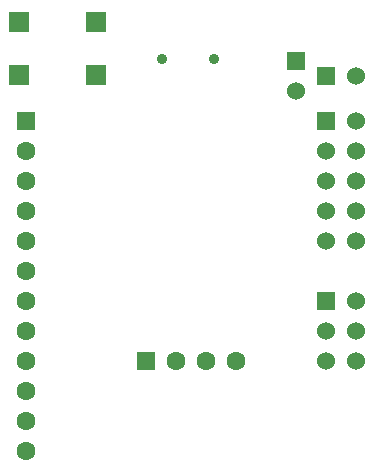
<source format=gbs>
G04 (created by PCBNEW (22-Jun-2014 BZR 4027)-stable) date Tue Nov  3 08:39:22 2015*
%MOIN*%
G04 Gerber Fmt 3.4, Leading zero omitted, Abs format*
%FSLAX34Y34*%
G01*
G70*
G90*
G04 APERTURE LIST*
%ADD10C,0.00590551*%
%ADD11C,0.0354*%
%ADD12R,0.06X0.06*%
%ADD13C,0.06*%
%ADD14R,0.07X0.07*%
%ADD15C,0.0629921*%
G04 APERTURE END LIST*
G54D10*
G54D11*
X46535Y-41279D03*
X44803Y-41279D03*
G54D12*
X50263Y-43370D03*
G54D13*
X51263Y-43370D03*
X50263Y-44370D03*
X51263Y-44370D03*
X50263Y-45370D03*
X51263Y-45370D03*
X50263Y-46370D03*
X51263Y-46370D03*
X50263Y-47370D03*
X51263Y-47370D03*
G54D12*
X50263Y-49370D03*
G54D13*
X51263Y-49370D03*
X50263Y-50370D03*
X51263Y-50370D03*
X50263Y-51370D03*
X51263Y-51370D03*
G54D14*
X40058Y-40058D03*
X42618Y-40058D03*
X40058Y-41830D03*
X42618Y-41830D03*
G54D12*
X50263Y-41870D03*
G54D13*
X51263Y-41870D03*
G54D12*
X49263Y-41370D03*
G54D13*
X49263Y-42370D03*
G54D12*
X40263Y-43370D03*
G54D15*
X40263Y-44370D03*
X40263Y-45370D03*
X40263Y-46370D03*
X40263Y-47370D03*
X40263Y-48370D03*
X40263Y-49370D03*
X40263Y-50370D03*
X40263Y-51370D03*
X40263Y-52370D03*
X40263Y-53370D03*
X40263Y-54370D03*
G54D12*
X44263Y-51370D03*
G54D15*
X45263Y-51370D03*
X46263Y-51370D03*
X47263Y-51370D03*
M02*

</source>
